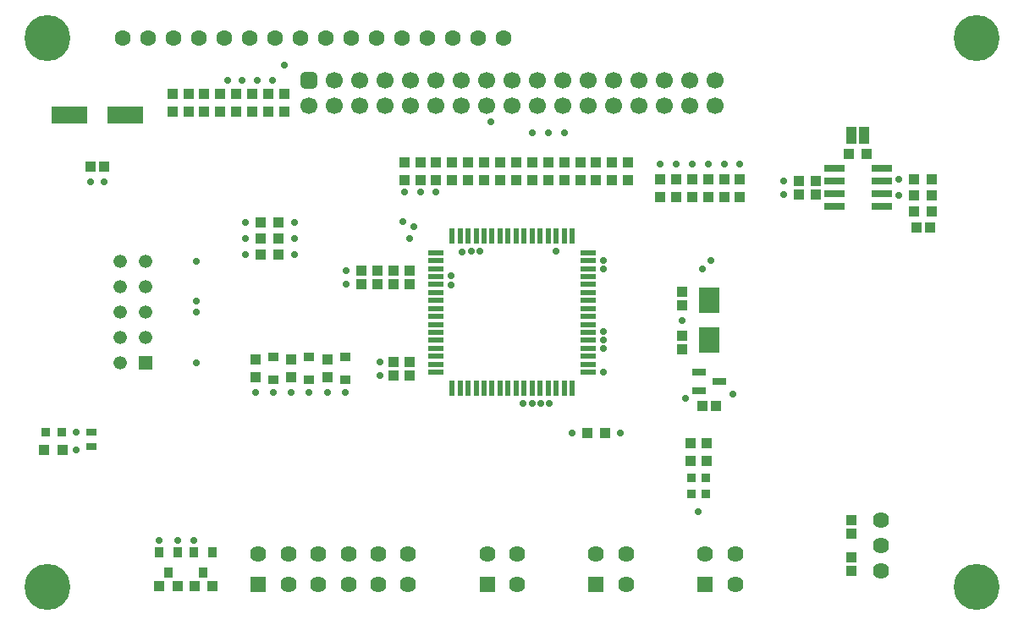
<source format=gts>
G04*
G04 #@! TF.GenerationSoftware,Altium Limited,Altium Designer,23.8.1 (32)*
G04*
G04 Layer_Color=8388736*
%FSLAX43Y43*%
%MOMM*%
G71*
G04*
G04 #@! TF.SameCoordinates,9BBBEFC2-DBCC-4367-88D2-B00D1FEB7D6A*
G04*
G04*
G04 #@! TF.FilePolarity,Negative*
G04*
G01*
G75*
%ADD19R,1.000X0.900*%
%ADD32R,3.600X1.700*%
%ADD33R,1.100X1.000*%
%ADD34R,0.900X0.900*%
%ADD35R,1.000X1.100*%
%ADD36R,1.370X0.659*%
%ADD37R,2.100X2.500*%
%ADD38R,0.900X1.000*%
%ADD39R,1.000X0.800*%
%ADD40R,2.081X0.659*%
%ADD41R,1.573X0.608*%
%ADD42R,0.608X1.573*%
%ADD43R,1.000X1.750*%
%ADD44R,0.900X0.900*%
%ADD45C,4.600*%
%ADD46C,1.700*%
G04:AMPARAMS|DCode=47|XSize=1.7mm|YSize=1.7mm|CornerRadius=0.45mm|HoleSize=0mm|Usage=FLASHONLY|Rotation=0.000|XOffset=0mm|YOffset=0mm|HoleType=Round|Shape=RoundedRectangle|*
%AMROUNDEDRECTD47*
21,1,1.700,0.800,0,0,0.0*
21,1,0.800,1.700,0,0,0.0*
1,1,0.900,0.400,-0.400*
1,1,0.900,-0.400,-0.400*
1,1,0.900,-0.400,0.400*
1,1,0.900,0.400,0.400*
%
%ADD47ROUNDEDRECTD47*%
%ADD48C,3.600*%
%ADD49C,1.600*%
%ADD50C,1.624*%
%ADD51C,0.100*%
%ADD52R,1.624X1.624*%
%ADD53C,1.340*%
%ADD54R,1.340X1.340*%
%ADD55C,0.700*%
D19*
X42300Y33250D02*
D03*
Y35550D02*
D03*
X38700Y33250D02*
D03*
Y35550D02*
D03*
X35100Y33250D02*
D03*
Y35550D02*
D03*
D32*
X14700Y59800D02*
D03*
X20300D02*
D03*
D33*
X33800Y45800D02*
D03*
X35600D02*
D03*
X76000Y36350D02*
D03*
Y37700D02*
D03*
Y42050D02*
D03*
Y40700D02*
D03*
X68300Y27900D02*
D03*
X66500D02*
D03*
X29000Y12600D02*
D03*
X27200D02*
D03*
X33800Y49000D02*
D03*
X35600D02*
D03*
Y47400D02*
D03*
X33800D02*
D03*
X25500Y12600D02*
D03*
X23700D02*
D03*
X92700Y55900D02*
D03*
X94500D02*
D03*
X99200Y53300D02*
D03*
X101000D02*
D03*
Y50100D02*
D03*
X99200D02*
D03*
X101000Y51700D02*
D03*
X99200D02*
D03*
X14000Y26200D02*
D03*
X12200D02*
D03*
X87700Y51825D02*
D03*
Y53175D02*
D03*
X89354Y51825D02*
D03*
Y53175D02*
D03*
X92900Y14160D02*
D03*
Y15510D02*
D03*
Y17890D02*
D03*
Y19240D02*
D03*
X48700Y33725D02*
D03*
Y35075D02*
D03*
X47100Y33725D02*
D03*
Y35075D02*
D03*
X48700Y42800D02*
D03*
Y44150D02*
D03*
X47100Y42800D02*
D03*
Y44150D02*
D03*
X45500Y42800D02*
D03*
Y44150D02*
D03*
X43900Y42800D02*
D03*
Y44150D02*
D03*
D34*
X78400Y23425D02*
D03*
Y21825D02*
D03*
X76900Y23425D02*
D03*
Y21825D02*
D03*
D35*
X79375Y30600D02*
D03*
X78025D02*
D03*
X76850Y25125D02*
D03*
Y26925D02*
D03*
X78450Y25125D02*
D03*
Y26925D02*
D03*
X40500Y35300D02*
D03*
Y33500D02*
D03*
X36900Y35300D02*
D03*
Y33500D02*
D03*
X33300Y35300D02*
D03*
Y33500D02*
D03*
X75400Y53350D02*
D03*
Y51550D02*
D03*
X73800D02*
D03*
Y53350D02*
D03*
X77000Y51550D02*
D03*
Y53350D02*
D03*
X67400Y53250D02*
D03*
Y55050D02*
D03*
X80200Y51550D02*
D03*
Y53350D02*
D03*
X65800Y55050D02*
D03*
Y53250D02*
D03*
X78600Y51550D02*
D03*
Y53350D02*
D03*
X64200Y55050D02*
D03*
Y53250D02*
D03*
X81800Y53350D02*
D03*
Y51550D02*
D03*
X62600Y55050D02*
D03*
Y53250D02*
D03*
X59400D02*
D03*
Y55050D02*
D03*
X61000D02*
D03*
Y53250D02*
D03*
X33000Y61900D02*
D03*
Y60100D02*
D03*
X57800Y53250D02*
D03*
Y55050D02*
D03*
X56200Y53250D02*
D03*
Y55050D02*
D03*
X36200Y61900D02*
D03*
Y60100D02*
D03*
X53000Y55050D02*
D03*
Y53250D02*
D03*
X34600Y61900D02*
D03*
Y60100D02*
D03*
X49800Y55050D02*
D03*
Y53250D02*
D03*
X51400Y55050D02*
D03*
Y53250D02*
D03*
X31400Y61900D02*
D03*
Y60100D02*
D03*
X48200Y55050D02*
D03*
Y53250D02*
D03*
X25000Y61900D02*
D03*
Y60100D02*
D03*
X26600Y61900D02*
D03*
Y60100D02*
D03*
X28200Y61900D02*
D03*
Y60100D02*
D03*
X54600Y53250D02*
D03*
Y55050D02*
D03*
X29800Y60100D02*
D03*
Y61900D02*
D03*
X69000Y53250D02*
D03*
Y55050D02*
D03*
X70600Y53250D02*
D03*
Y55050D02*
D03*
X99425Y48500D02*
D03*
X100775D02*
D03*
X18175Y54600D02*
D03*
X16825D02*
D03*
D36*
X77659Y34040D02*
D03*
X79741Y33100D02*
D03*
X77659Y32160D02*
D03*
D37*
X78700Y37200D02*
D03*
Y41200D02*
D03*
D38*
X29050Y16000D02*
D03*
X27150D02*
D03*
X28100Y14000D02*
D03*
X25550Y16000D02*
D03*
X23650D02*
D03*
X24600Y14000D02*
D03*
D39*
X16900Y26600D02*
D03*
Y28000D02*
D03*
D40*
X91238Y51865D02*
D03*
Y53135D02*
D03*
X95962Y54405D02*
D03*
Y53135D02*
D03*
Y51865D02*
D03*
Y50595D02*
D03*
X91238D02*
D03*
Y54405D02*
D03*
D41*
X66620Y37206D02*
D03*
X51380Y43607D02*
D03*
Y34006D02*
D03*
X66620Y37993D02*
D03*
X51380Y42794D02*
D03*
Y34793D02*
D03*
Y36393D02*
D03*
Y37206D02*
D03*
Y37993D02*
D03*
Y38806D02*
D03*
Y39594D02*
D03*
Y40406D02*
D03*
Y41194D02*
D03*
Y42007D02*
D03*
Y44394D02*
D03*
Y45207D02*
D03*
Y45994D02*
D03*
X66620D02*
D03*
Y45207D02*
D03*
Y44394D02*
D03*
Y43607D02*
D03*
Y42794D02*
D03*
Y42007D02*
D03*
Y41194D02*
D03*
Y40406D02*
D03*
Y39594D02*
D03*
Y38806D02*
D03*
Y36393D02*
D03*
Y35606D02*
D03*
Y34793D02*
D03*
X51380Y35606D02*
D03*
X66620Y34006D02*
D03*
D42*
X53006Y47620D02*
D03*
X53793D02*
D03*
X54606D02*
D03*
X55393D02*
D03*
X56206D02*
D03*
X56993D02*
D03*
X57806D02*
D03*
X58594D02*
D03*
X59406D02*
D03*
X60194D02*
D03*
X61007D02*
D03*
X61794D02*
D03*
X62607D02*
D03*
X63394D02*
D03*
X64207D02*
D03*
X64994D02*
D03*
X63394Y32380D02*
D03*
X62607D02*
D03*
X61794D02*
D03*
X61007D02*
D03*
X60194D02*
D03*
X56993D02*
D03*
X56206D02*
D03*
X55393D02*
D03*
X54606D02*
D03*
X53793D02*
D03*
X53006D02*
D03*
X59406D02*
D03*
X57806D02*
D03*
X58594D02*
D03*
X64994D02*
D03*
X64207D02*
D03*
D43*
X92965Y57700D02*
D03*
X94235D02*
D03*
D44*
X13900Y28000D02*
D03*
X12300D02*
D03*
D45*
X12500Y67500D02*
D03*
X105500Y12500D02*
D03*
Y67500D02*
D03*
X12500Y12500D02*
D03*
D46*
X64080Y63270D02*
D03*
X61540D02*
D03*
X59000D02*
D03*
X76780Y60730D02*
D03*
X74240D02*
D03*
X71700D02*
D03*
X69160D02*
D03*
X74240Y63270D02*
D03*
X71700D02*
D03*
X69160D02*
D03*
X66620Y60730D02*
D03*
Y63270D02*
D03*
X53920Y60730D02*
D03*
Y63270D02*
D03*
X51380Y60730D02*
D03*
X48840D02*
D03*
X51380Y63270D02*
D03*
X48840D02*
D03*
X46300Y60730D02*
D03*
Y63270D02*
D03*
X43760Y60730D02*
D03*
Y63270D02*
D03*
X41220Y60730D02*
D03*
Y63270D02*
D03*
X56460Y60730D02*
D03*
X59000D02*
D03*
X61540D02*
D03*
X64080D02*
D03*
X38680D02*
D03*
X76780Y63270D02*
D03*
X79320D02*
D03*
Y60730D02*
D03*
X56460Y63270D02*
D03*
D47*
X38680D02*
D03*
D48*
X12500Y67500D02*
D03*
Y12500D02*
D03*
X105500D02*
D03*
Y67500D02*
D03*
D49*
X25080D02*
D03*
X27620D02*
D03*
X30160D02*
D03*
X32700D02*
D03*
X35240D02*
D03*
X37780D02*
D03*
X40320D02*
D03*
X42860D02*
D03*
X45400D02*
D03*
X47940D02*
D03*
X50480D02*
D03*
X53020D02*
D03*
X55560D02*
D03*
X58100D02*
D03*
X20000D02*
D03*
X22540D02*
D03*
D50*
X48600Y12800D02*
D03*
Y15800D02*
D03*
X45600D02*
D03*
Y12800D02*
D03*
X36600D02*
D03*
X39600D02*
D03*
X42600D02*
D03*
X33600Y15800D02*
D03*
X42600D02*
D03*
X39600D02*
D03*
X36600D02*
D03*
X81300D02*
D03*
X78300D02*
D03*
X81300Y12800D02*
D03*
X70400Y15800D02*
D03*
X67400D02*
D03*
X70400Y12800D02*
D03*
X59500Y15800D02*
D03*
X56500D02*
D03*
X59500Y12800D02*
D03*
X95873Y14160D02*
D03*
Y16700D02*
D03*
Y19240D02*
D03*
D51*
X30600Y16740D02*
D03*
X51600D02*
D03*
X84300D02*
D03*
X75300D02*
D03*
X73400D02*
D03*
X64400D02*
D03*
X62500D02*
D03*
X53500D02*
D03*
D52*
X33600Y12800D02*
D03*
X78300D02*
D03*
X67400D02*
D03*
X56500D02*
D03*
D53*
X19800Y37460D02*
D03*
X22340Y42540D02*
D03*
X19800Y45080D02*
D03*
Y34920D02*
D03*
X22340Y37460D02*
D03*
Y40000D02*
D03*
X19800D02*
D03*
Y42540D02*
D03*
X22340Y45080D02*
D03*
D54*
Y34920D02*
D03*
D55*
X56900Y59100D02*
D03*
X63400Y46100D02*
D03*
X64200Y58000D02*
D03*
X62600D02*
D03*
X61000D02*
D03*
X36200Y64800D02*
D03*
X35000Y63200D02*
D03*
X32000D02*
D03*
X30500D02*
D03*
X33500D02*
D03*
X27400Y40000D02*
D03*
Y34920D02*
D03*
Y41173D02*
D03*
Y45080D02*
D03*
X54888Y46112D02*
D03*
X53988Y46088D02*
D03*
X49200Y48600D02*
D03*
X48729Y47408D02*
D03*
X37200Y49000D02*
D03*
X55800Y46100D02*
D03*
X37200Y45800D02*
D03*
Y47400D02*
D03*
X48100Y49100D02*
D03*
X49800Y52100D02*
D03*
X48200D02*
D03*
X51400D02*
D03*
X81100Y31850D02*
D03*
X76300Y31380D02*
D03*
X68120Y45228D02*
D03*
Y44373D02*
D03*
X76000Y39200D02*
D03*
X77650Y20075D02*
D03*
X69800Y27900D02*
D03*
X65000D02*
D03*
X60119Y30880D02*
D03*
X23650Y17200D02*
D03*
X25550D02*
D03*
X27150D02*
D03*
X68120Y34006D02*
D03*
X32300Y45800D02*
D03*
X45800Y33725D02*
D03*
X52880Y42760D02*
D03*
Y43641D02*
D03*
X68120Y36393D02*
D03*
X38700Y32000D02*
D03*
X32300Y49000D02*
D03*
Y47400D02*
D03*
X40500Y32000D02*
D03*
X36900D02*
D03*
X33300D02*
D03*
X42300D02*
D03*
X35100D02*
D03*
X42400Y42800D02*
D03*
Y44150D02*
D03*
X45800Y35075D02*
D03*
X97700Y51700D02*
D03*
Y53300D02*
D03*
X18175Y53100D02*
D03*
X15400Y26200D02*
D03*
X68120Y37248D02*
D03*
X86200Y51825D02*
D03*
X16825Y53100D02*
D03*
X15400Y28000D02*
D03*
X86200Y53175D02*
D03*
X68120Y38102D02*
D03*
X78855Y45228D02*
D03*
X78000Y44373D02*
D03*
X60973Y30880D02*
D03*
X62682D02*
D03*
X61828D02*
D03*
X81800Y54850D02*
D03*
X80200D02*
D03*
X78600D02*
D03*
X77000D02*
D03*
X75400D02*
D03*
X73800D02*
D03*
M02*

</source>
